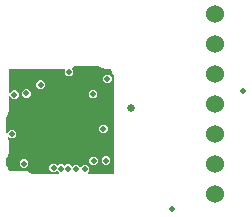
<source format=gbr>
G04 EAGLE Gerber X2 export*
%TF.Part,Single*%
%TF.FileFunction,Copper,L4,Inr,Mixed*%
%TF.FilePolarity,Positive*%
%TF.GenerationSoftware,Autodesk,EAGLE,8.6.3*%
%TF.CreationDate,2018-03-01T00:52:03Z*%
G75*
%MOMM*%
%FSLAX34Y34*%
%LPD*%
%AMOC8*
5,1,8,0,0,1.08239X$1,22.5*%
G01*
%ADD10C,1.524000*%
%ADD11C,0.508000*%
%ADD12C,0.101600*%
%ADD13C,0.654800*%
%ADD14C,0.254000*%

G36*
X93654Y49250D02*
X93654Y49250D01*
X93726Y49252D01*
X93775Y49270D01*
X93826Y49279D01*
X93889Y49312D01*
X93957Y49337D01*
X93998Y49369D01*
X94044Y49394D01*
X94093Y49445D01*
X94149Y49490D01*
X94177Y49534D01*
X94213Y49572D01*
X94243Y49637D01*
X94282Y49697D01*
X94295Y49748D01*
X94317Y49795D01*
X94324Y49866D01*
X94342Y49936D01*
X94338Y49988D01*
X94344Y50039D01*
X94328Y50110D01*
X94323Y50181D01*
X94303Y50229D01*
X94291Y50280D01*
X94255Y50341D01*
X94227Y50407D01*
X94182Y50463D01*
X94165Y50491D01*
X94147Y50506D01*
X94122Y50538D01*
X92913Y51747D01*
X92897Y51758D01*
X92885Y51774D01*
X92797Y51830D01*
X92714Y51890D01*
X92695Y51896D01*
X92678Y51907D01*
X92577Y51932D01*
X92478Y51963D01*
X92459Y51962D01*
X92439Y51967D01*
X92336Y51959D01*
X92233Y51956D01*
X92214Y51949D01*
X92194Y51948D01*
X92099Y51908D01*
X92002Y51872D01*
X91986Y51859D01*
X91968Y51852D01*
X91837Y51747D01*
X91003Y50913D01*
X88057Y50913D01*
X85973Y52997D01*
X85973Y55943D01*
X88057Y58027D01*
X91003Y58027D01*
X92263Y56767D01*
X92279Y56756D01*
X92291Y56740D01*
X92379Y56684D01*
X92462Y56624D01*
X92481Y56618D01*
X92498Y56607D01*
X92599Y56582D01*
X92698Y56551D01*
X92717Y56552D01*
X92737Y56547D01*
X92840Y56555D01*
X92943Y56558D01*
X92962Y56565D01*
X92982Y56566D01*
X93077Y56607D01*
X93174Y56642D01*
X93190Y56655D01*
X93208Y56662D01*
X93339Y56767D01*
X94173Y57601D01*
X97119Y57601D01*
X98156Y56564D01*
X98172Y56553D01*
X98184Y56537D01*
X98272Y56481D01*
X98355Y56421D01*
X98374Y56415D01*
X98391Y56404D01*
X98492Y56379D01*
X98591Y56348D01*
X98610Y56349D01*
X98630Y56344D01*
X98733Y56352D01*
X98836Y56355D01*
X98855Y56362D01*
X98875Y56363D01*
X98970Y56404D01*
X99067Y56439D01*
X99083Y56452D01*
X99101Y56459D01*
X99232Y56564D01*
X100269Y57601D01*
X103215Y57601D01*
X104875Y55941D01*
X104891Y55930D01*
X104903Y55914D01*
X104991Y55858D01*
X105074Y55798D01*
X105093Y55792D01*
X105110Y55781D01*
X105211Y55756D01*
X105309Y55725D01*
X105329Y55726D01*
X105349Y55721D01*
X105452Y55729D01*
X105555Y55732D01*
X105574Y55739D01*
X105594Y55740D01*
X105689Y55781D01*
X105786Y55816D01*
X105802Y55829D01*
X105820Y55836D01*
X105951Y55941D01*
X107183Y57173D01*
X110130Y57173D01*
X112049Y55254D01*
X112065Y55243D01*
X112077Y55227D01*
X112165Y55171D01*
X112249Y55111D01*
X112268Y55105D01*
X112284Y55094D01*
X112385Y55069D01*
X112484Y55038D01*
X112504Y55039D01*
X112523Y55034D01*
X112626Y55042D01*
X112729Y55045D01*
X112748Y55051D01*
X112768Y55053D01*
X112863Y55093D01*
X112961Y55129D01*
X112976Y55142D01*
X112994Y55149D01*
X113125Y55254D01*
X114855Y56984D01*
X117801Y56984D01*
X119885Y54900D01*
X119885Y51954D01*
X118469Y50538D01*
X118428Y50480D01*
X118378Y50428D01*
X118356Y50381D01*
X118326Y50339D01*
X118305Y50270D01*
X118275Y50205D01*
X118269Y50153D01*
X118254Y50103D01*
X118255Y50032D01*
X118248Y49961D01*
X118259Y49910D01*
X118260Y49858D01*
X118285Y49790D01*
X118300Y49720D01*
X118326Y49676D01*
X118344Y49627D01*
X118389Y49571D01*
X118426Y49509D01*
X118466Y49475D01*
X118498Y49435D01*
X118558Y49396D01*
X118613Y49349D01*
X118661Y49330D01*
X118705Y49302D01*
X118774Y49284D01*
X118841Y49257D01*
X118912Y49249D01*
X118944Y49241D01*
X118967Y49243D01*
X119008Y49239D01*
X140000Y49239D01*
X140020Y49242D01*
X140039Y49240D01*
X140141Y49262D01*
X140243Y49279D01*
X140260Y49288D01*
X140280Y49292D01*
X140369Y49345D01*
X140460Y49394D01*
X140474Y49408D01*
X140491Y49418D01*
X140558Y49497D01*
X140630Y49572D01*
X140638Y49590D01*
X140651Y49605D01*
X140690Y49701D01*
X140733Y49795D01*
X140735Y49815D01*
X140743Y49833D01*
X140761Y50000D01*
X140761Y132433D01*
X140747Y132523D01*
X140739Y132614D01*
X140727Y132643D01*
X140722Y132675D01*
X140679Y132756D01*
X140643Y132840D01*
X140617Y132872D01*
X140606Y132893D01*
X140583Y132915D01*
X140538Y132971D01*
X140114Y133395D01*
X138311Y137748D01*
X138300Y137821D01*
X138290Y137838D01*
X138286Y137858D01*
X138233Y137947D01*
X138184Y138038D01*
X138170Y138052D01*
X138160Y138069D01*
X138081Y138136D01*
X138006Y138208D01*
X137988Y138216D01*
X137973Y138229D01*
X137877Y138268D01*
X137783Y138311D01*
X137763Y138313D01*
X137745Y138321D01*
X137650Y138331D01*
X137616Y138342D01*
X137584Y138342D01*
X137552Y138350D01*
X137461Y138341D01*
X137370Y138340D01*
X137367Y138339D01*
X132681Y138339D01*
X128395Y140114D01*
X127971Y140538D01*
X127897Y140592D01*
X127828Y140651D01*
X127797Y140663D01*
X127771Y140682D01*
X127684Y140709D01*
X127599Y140743D01*
X127559Y140747D01*
X127536Y140754D01*
X127504Y140753D01*
X127433Y140761D01*
X107567Y140761D01*
X107477Y140747D01*
X107386Y140739D01*
X107357Y140727D01*
X107325Y140722D01*
X107244Y140679D01*
X107160Y140643D01*
X107128Y140617D01*
X107107Y140606D01*
X107085Y140583D01*
X107029Y140538D01*
X106605Y140114D01*
X105463Y139641D01*
X105424Y139617D01*
X105381Y139601D01*
X105320Y139553D01*
X105254Y139512D01*
X105224Y139476D01*
X105189Y139448D01*
X105147Y139382D01*
X105097Y139322D01*
X105080Y139279D01*
X105056Y139241D01*
X105037Y139165D01*
X105009Y139093D01*
X105007Y139047D01*
X104996Y139002D01*
X105002Y138925D01*
X104998Y138847D01*
X105011Y138803D01*
X105015Y138757D01*
X105045Y138685D01*
X105067Y138611D01*
X105093Y138573D01*
X105111Y138531D01*
X105196Y138424D01*
X105207Y138409D01*
X105211Y138406D01*
X105216Y138400D01*
X106284Y137331D01*
X106284Y134385D01*
X104201Y132301D01*
X101254Y132301D01*
X99171Y134385D01*
X99171Y137578D01*
X99167Y137598D01*
X99170Y137617D01*
X99148Y137719D01*
X99131Y137821D01*
X99122Y137838D01*
X99117Y137858D01*
X99064Y137947D01*
X99016Y138038D01*
X99001Y138052D01*
X98991Y138069D01*
X98912Y138136D01*
X98837Y138208D01*
X98819Y138216D01*
X98804Y138229D01*
X98708Y138268D01*
X98614Y138311D01*
X98595Y138313D01*
X98576Y138321D01*
X98409Y138339D01*
X97625Y138339D01*
X97615Y138343D01*
X97583Y138342D01*
X97552Y138350D01*
X97461Y138341D01*
X97370Y138340D01*
X97367Y138339D01*
X92625Y138339D01*
X92615Y138343D01*
X92583Y138342D01*
X92552Y138350D01*
X92461Y138341D01*
X92370Y138340D01*
X92367Y138339D01*
X87625Y138339D01*
X87615Y138343D01*
X87583Y138342D01*
X87552Y138350D01*
X87461Y138341D01*
X87370Y138340D01*
X87367Y138339D01*
X82625Y138339D01*
X82615Y138343D01*
X82583Y138342D01*
X82552Y138350D01*
X82461Y138341D01*
X82370Y138340D01*
X82367Y138339D01*
X77625Y138339D01*
X77615Y138343D01*
X77583Y138342D01*
X77552Y138350D01*
X77461Y138341D01*
X77370Y138340D01*
X77367Y138339D01*
X72625Y138339D01*
X72615Y138343D01*
X72583Y138342D01*
X72552Y138350D01*
X72461Y138341D01*
X72370Y138340D01*
X72367Y138339D01*
X67625Y138339D01*
X67615Y138343D01*
X67583Y138342D01*
X67552Y138350D01*
X67461Y138341D01*
X67370Y138340D01*
X67367Y138339D01*
X62625Y138339D01*
X62615Y138343D01*
X62583Y138342D01*
X62552Y138350D01*
X62461Y138341D01*
X62370Y138340D01*
X62367Y138339D01*
X57625Y138339D01*
X57615Y138343D01*
X57583Y138342D01*
X57552Y138350D01*
X57461Y138341D01*
X57370Y138340D01*
X57367Y138339D01*
X52625Y138339D01*
X52615Y138343D01*
X52583Y138342D01*
X52552Y138350D01*
X52461Y138341D01*
X52370Y138340D01*
X52330Y138329D01*
X52307Y138326D01*
X52286Y138317D01*
X52281Y138316D01*
X52179Y138300D01*
X52162Y138290D01*
X52142Y138286D01*
X52053Y138233D01*
X51962Y138184D01*
X51948Y138170D01*
X51931Y138160D01*
X51864Y138081D01*
X51792Y138006D01*
X51784Y137988D01*
X51771Y137973D01*
X51732Y137877D01*
X51689Y137783D01*
X51687Y137763D01*
X51679Y137745D01*
X51669Y137650D01*
X51658Y137616D01*
X51658Y137584D01*
X51650Y137552D01*
X51659Y137461D01*
X51660Y137370D01*
X51661Y137367D01*
X51661Y132626D01*
X51658Y132616D01*
X51658Y132584D01*
X51650Y132552D01*
X51659Y132461D01*
X51660Y132370D01*
X51661Y132367D01*
X51661Y127626D01*
X51658Y127616D01*
X51658Y127584D01*
X51650Y127552D01*
X51659Y127461D01*
X51660Y127370D01*
X51661Y127367D01*
X51661Y122626D01*
X51658Y122616D01*
X51658Y122584D01*
X51650Y122552D01*
X51659Y122461D01*
X51660Y122370D01*
X51661Y122367D01*
X51661Y118866D01*
X51672Y118795D01*
X51674Y118723D01*
X51692Y118674D01*
X51700Y118623D01*
X51734Y118560D01*
X51759Y118492D01*
X51791Y118452D01*
X51816Y118406D01*
X51868Y118356D01*
X51912Y118300D01*
X51956Y118272D01*
X51994Y118236D01*
X52059Y118206D01*
X52119Y118167D01*
X52170Y118155D01*
X52217Y118133D01*
X52288Y118125D01*
X52358Y118107D01*
X52410Y118111D01*
X52461Y118106D01*
X52532Y118121D01*
X52603Y118126D01*
X52651Y118147D01*
X52702Y118158D01*
X52763Y118195D01*
X52829Y118223D01*
X52885Y118267D01*
X52913Y118284D01*
X52928Y118302D01*
X52960Y118327D01*
X54837Y120204D01*
X57784Y120204D01*
X59867Y118121D01*
X59867Y115174D01*
X57784Y113091D01*
X54837Y113091D01*
X52960Y114968D01*
X52902Y115010D01*
X52850Y115059D01*
X52803Y115081D01*
X52761Y115111D01*
X52692Y115132D01*
X52627Y115163D01*
X52575Y115168D01*
X52525Y115184D01*
X52454Y115182D01*
X52383Y115190D01*
X52332Y115179D01*
X52280Y115177D01*
X52212Y115153D01*
X52142Y115137D01*
X52097Y115111D01*
X52049Y115093D01*
X51993Y115048D01*
X51931Y115011D01*
X51897Y114972D01*
X51857Y114939D01*
X51818Y114879D01*
X51771Y114824D01*
X51752Y114776D01*
X51724Y114732D01*
X51706Y114663D01*
X51679Y114596D01*
X51671Y114525D01*
X51663Y114494D01*
X51665Y114470D01*
X51661Y114429D01*
X51661Y112626D01*
X51658Y112616D01*
X51658Y112584D01*
X51650Y112552D01*
X51659Y112461D01*
X51660Y112370D01*
X51661Y112367D01*
X51661Y107626D01*
X51658Y107616D01*
X51658Y107584D01*
X51650Y107552D01*
X51659Y107461D01*
X51660Y107370D01*
X51661Y107367D01*
X51661Y102681D01*
X49885Y98395D01*
X49462Y97971D01*
X49409Y97897D01*
X49349Y97828D01*
X49337Y97797D01*
X49318Y97771D01*
X49291Y97684D01*
X49257Y97599D01*
X49253Y97558D01*
X49246Y97536D01*
X49247Y97504D01*
X49239Y97433D01*
X49239Y85073D01*
X49250Y85002D01*
X49252Y84930D01*
X49270Y84881D01*
X49279Y84830D01*
X49312Y84767D01*
X49337Y84699D01*
X49369Y84659D01*
X49394Y84613D01*
X49446Y84563D01*
X49490Y84507D01*
X49534Y84479D01*
X49572Y84443D01*
X49637Y84413D01*
X49697Y84374D01*
X49748Y84362D01*
X49795Y84340D01*
X49866Y84332D01*
X49936Y84314D01*
X49988Y84318D01*
X50039Y84313D01*
X50110Y84328D01*
X50181Y84333D01*
X50229Y84354D01*
X50280Y84365D01*
X50341Y84402D01*
X50407Y84430D01*
X50463Y84475D01*
X50491Y84491D01*
X50506Y84509D01*
X50538Y84535D01*
X52732Y86728D01*
X55679Y86728D01*
X57762Y84645D01*
X57762Y81698D01*
X55679Y79615D01*
X52732Y79615D01*
X51986Y80361D01*
X51907Y80418D01*
X51832Y80480D01*
X51807Y80489D01*
X51786Y80505D01*
X51693Y80533D01*
X51602Y80568D01*
X51576Y80569D01*
X51551Y80577D01*
X51454Y80574D01*
X51357Y80579D01*
X51331Y80571D01*
X51305Y80571D01*
X51214Y80537D01*
X51120Y80510D01*
X51099Y80495D01*
X51074Y80486D01*
X50998Y80425D01*
X50918Y80370D01*
X50903Y80349D01*
X50882Y80332D01*
X50830Y80250D01*
X50772Y80172D01*
X50763Y80148D01*
X50749Y80126D01*
X50726Y80031D01*
X50695Y79939D01*
X50696Y79912D01*
X50689Y79887D01*
X50697Y79790D01*
X50698Y79693D01*
X50707Y79661D01*
X50708Y79642D01*
X50721Y79612D01*
X50744Y79531D01*
X51661Y77319D01*
X51661Y72626D01*
X51658Y72616D01*
X51658Y72584D01*
X51650Y72552D01*
X51659Y72461D01*
X51660Y72370D01*
X51661Y72367D01*
X51661Y67681D01*
X49885Y63395D01*
X49462Y62971D01*
X49409Y62897D01*
X49349Y62828D01*
X49337Y62797D01*
X49318Y62771D01*
X49291Y62684D01*
X49257Y62599D01*
X49253Y62558D01*
X49246Y62536D01*
X49247Y62504D01*
X49239Y62433D01*
X49239Y57567D01*
X49254Y57477D01*
X49261Y57386D01*
X49273Y57357D01*
X49279Y57325D01*
X49321Y57244D01*
X49357Y57160D01*
X49383Y57128D01*
X49394Y57107D01*
X49417Y57085D01*
X49462Y57029D01*
X49885Y56605D01*
X51689Y52252D01*
X51700Y52179D01*
X51710Y52162D01*
X51714Y52142D01*
X51767Y52053D01*
X51816Y51962D01*
X51830Y51948D01*
X51840Y51931D01*
X51919Y51864D01*
X51994Y51792D01*
X52012Y51784D01*
X52027Y51771D01*
X52123Y51732D01*
X52217Y51689D01*
X52237Y51687D01*
X52255Y51679D01*
X52350Y51669D01*
X52384Y51658D01*
X52416Y51658D01*
X52448Y51650D01*
X52539Y51659D01*
X52630Y51660D01*
X52633Y51661D01*
X57374Y51661D01*
X57384Y51658D01*
X57416Y51658D01*
X57448Y51650D01*
X57539Y51659D01*
X57630Y51660D01*
X57633Y51661D01*
X62374Y51661D01*
X62384Y51658D01*
X62416Y51658D01*
X62448Y51650D01*
X62539Y51659D01*
X62630Y51660D01*
X62633Y51661D01*
X67319Y51661D01*
X71605Y49885D01*
X72029Y49462D01*
X72103Y49409D01*
X72172Y49349D01*
X72203Y49337D01*
X72229Y49318D01*
X72316Y49291D01*
X72401Y49257D01*
X72442Y49253D01*
X72464Y49246D01*
X72496Y49247D01*
X72567Y49239D01*
X93583Y49239D01*
X93654Y49250D01*
G37*
%LPC*%
G36*
X133527Y126443D02*
X133527Y126443D01*
X131443Y128527D01*
X131443Y131473D01*
X133527Y133557D01*
X136473Y133557D01*
X138557Y131473D01*
X138557Y128527D01*
X136473Y126443D01*
X133527Y126443D01*
G37*
%LPD*%
%LPC*%
G36*
X77021Y121599D02*
X77021Y121599D01*
X74937Y123683D01*
X74937Y126629D01*
X77021Y128713D01*
X79967Y128713D01*
X82051Y126629D01*
X82051Y123683D01*
X79967Y121599D01*
X77021Y121599D01*
G37*
%LPD*%
%LPC*%
G36*
X65067Y114223D02*
X65067Y114223D01*
X62983Y116307D01*
X62983Y119253D01*
X65067Y121337D01*
X68013Y121337D01*
X70097Y119253D01*
X70097Y116307D01*
X68013Y114223D01*
X65067Y114223D01*
G37*
%LPD*%
%LPC*%
G36*
X121546Y113781D02*
X121546Y113781D01*
X119463Y115864D01*
X119463Y118811D01*
X121546Y120894D01*
X124493Y120894D01*
X126576Y118811D01*
X126576Y115864D01*
X124493Y113781D01*
X121546Y113781D01*
G37*
%LPD*%
%LPC*%
G36*
X130188Y83890D02*
X130188Y83890D01*
X128105Y85973D01*
X128105Y88920D01*
X130188Y91003D01*
X133135Y91003D01*
X135218Y88920D01*
X135218Y85973D01*
X133135Y83890D01*
X130188Y83890D01*
G37*
%LPD*%
%LPC*%
G36*
X132337Y57233D02*
X132337Y57233D01*
X130253Y59317D01*
X130253Y62263D01*
X132337Y64347D01*
X135283Y64347D01*
X137367Y62263D01*
X137367Y59317D01*
X135283Y57233D01*
X132337Y57233D01*
G37*
%LPD*%
%LPC*%
G36*
X121868Y56855D02*
X121868Y56855D01*
X119785Y58938D01*
X119785Y61885D01*
X121868Y63968D01*
X124815Y63968D01*
X126898Y61885D01*
X126898Y58938D01*
X124815Y56855D01*
X121868Y56855D01*
G37*
%LPD*%
%LPC*%
G36*
X62933Y54814D02*
X62933Y54814D01*
X60850Y56897D01*
X60850Y59844D01*
X62933Y61927D01*
X65880Y61927D01*
X67963Y59844D01*
X67963Y56897D01*
X65880Y54814D01*
X62933Y54814D01*
G37*
%LPD*%
D10*
X225959Y184637D03*
X225959Y159237D03*
X225959Y133837D03*
X225959Y108437D03*
X225959Y83037D03*
X225959Y57637D03*
X225959Y32237D03*
D11*
X64540Y123876D03*
D12*
X64540Y123530D01*
D11*
X92920Y134040D03*
X55630Y96940D03*
X84590Y125970D03*
X135460Y123510D03*
X133490Y78890D03*
X135390Y53145D03*
D13*
X155000Y105000D03*
X95290Y91770D03*
X99278Y73171D03*
X111499Y73034D03*
D14*
X111277Y72812D01*
X111277Y72258D01*
X111499Y73034D02*
X111499Y83008D01*
X111554Y83063D01*
D13*
X111554Y83063D03*
D11*
X53000Y63000D03*
X123342Y60411D03*
X135000Y130000D03*
X102727Y135858D03*
X56310Y116648D03*
X131661Y87446D03*
X95646Y54044D03*
X101742Y54044D03*
X108656Y53617D03*
X54205Y83172D03*
X89530Y54470D03*
X66540Y117780D03*
X64407Y58371D03*
X133810Y60790D03*
X250000Y120000D03*
X123020Y117337D03*
X78494Y125156D03*
X116328Y53427D03*
X190000Y20000D03*
M02*

</source>
